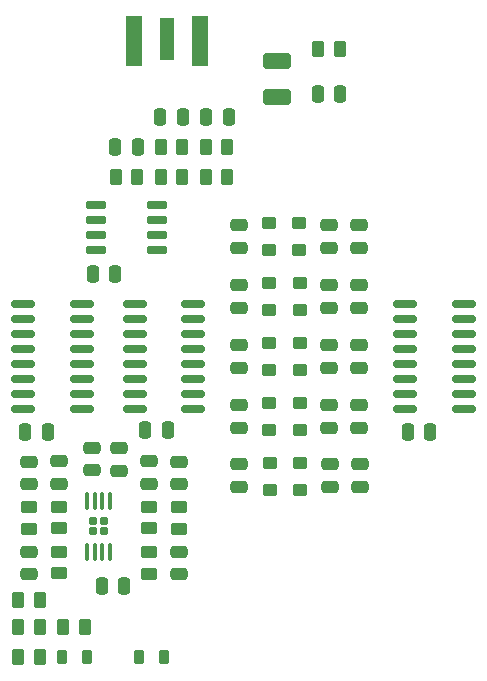
<source format=gbr>
G04 #@! TF.GenerationSoftware,KiCad,Pcbnew,7.0.5-unknown-202306101748~6fbdf8f0e2~ubuntu22.04.1*
G04 #@! TF.CreationDate,2024-07-28T12:56:51+01:00*
G04 #@! TF.ProjectId,pico_rx,7069636f-5f72-4782-9e6b-696361645f70,rev?*
G04 #@! TF.SameCoordinates,Original*
G04 #@! TF.FileFunction,Paste,Top*
G04 #@! TF.FilePolarity,Positive*
%FSLAX46Y46*%
G04 Gerber Fmt 4.6, Leading zero omitted, Abs format (unit mm)*
G04 Created by KiCad (PCBNEW 7.0.5-unknown-202306101748~6fbdf8f0e2~ubuntu22.04.1) date 2024-07-28 12:56:51*
%MOMM*%
%LPD*%
G01*
G04 APERTURE LIST*
G04 Aperture macros list*
%AMRoundRect*
0 Rectangle with rounded corners*
0 $1 Rounding radius*
0 $2 $3 $4 $5 $6 $7 $8 $9 X,Y pos of 4 corners*
0 Add a 4 corners polygon primitive as box body*
4,1,4,$2,$3,$4,$5,$6,$7,$8,$9,$2,$3,0*
0 Add four circle primitives for the rounded corners*
1,1,$1+$1,$2,$3*
1,1,$1+$1,$4,$5*
1,1,$1+$1,$6,$7*
1,1,$1+$1,$8,$9*
0 Add four rect primitives between the rounded corners*
20,1,$1+$1,$2,$3,$4,$5,0*
20,1,$1+$1,$4,$5,$6,$7,0*
20,1,$1+$1,$6,$7,$8,$9,0*
20,1,$1+$1,$8,$9,$2,$3,0*%
G04 Aperture macros list end*
%ADD10RoundRect,0.250000X-0.250000X-0.475000X0.250000X-0.475000X0.250000X0.475000X-0.250000X0.475000X0*%
%ADD11RoundRect,0.250000X0.262500X0.450000X-0.262500X0.450000X-0.262500X-0.450000X0.262500X-0.450000X0*%
%ADD12RoundRect,0.250000X0.475000X-0.250000X0.475000X0.250000X-0.475000X0.250000X-0.475000X-0.250000X0*%
%ADD13RoundRect,0.250000X0.350000X-0.275000X0.350000X0.275000X-0.350000X0.275000X-0.350000X-0.275000X0*%
%ADD14RoundRect,0.250000X-0.262500X-0.450000X0.262500X-0.450000X0.262500X0.450000X-0.262500X0.450000X0*%
%ADD15RoundRect,0.250000X-0.475000X0.250000X-0.475000X-0.250000X0.475000X-0.250000X0.475000X0.250000X0*%
%ADD16RoundRect,0.170000X-0.210000X0.170000X-0.210000X-0.170000X0.210000X-0.170000X0.210000X0.170000X0*%
%ADD17RoundRect,0.100000X-0.100000X0.625000X-0.100000X-0.625000X0.100000X-0.625000X0.100000X0.625000X0*%
%ADD18RoundRect,0.250000X-0.450000X0.262500X-0.450000X-0.262500X0.450000X-0.262500X0.450000X0.262500X0*%
%ADD19RoundRect,0.250000X-0.350000X0.275000X-0.350000X-0.275000X0.350000X-0.275000X0.350000X0.275000X0*%
%ADD20RoundRect,0.250000X0.925000X-0.412500X0.925000X0.412500X-0.925000X0.412500X-0.925000X-0.412500X0*%
%ADD21RoundRect,0.250000X0.450000X-0.262500X0.450000X0.262500X-0.450000X0.262500X-0.450000X-0.262500X0*%
%ADD22RoundRect,0.250000X0.250000X0.475000X-0.250000X0.475000X-0.250000X-0.475000X0.250000X-0.475000X0*%
%ADD23RoundRect,0.150000X-0.725000X-0.150000X0.725000X-0.150000X0.725000X0.150000X-0.725000X0.150000X0*%
%ADD24RoundRect,0.150000X0.825000X0.150000X-0.825000X0.150000X-0.825000X-0.150000X0.825000X-0.150000X0*%
%ADD25RoundRect,0.218750X-0.218750X-0.381250X0.218750X-0.381250X0.218750X0.381250X-0.218750X0.381250X0*%
%ADD26R,1.270000X3.600000*%
%ADD27R,1.350000X4.200000*%
G04 APERTURE END LIST*
D10*
X121026000Y-109220000D03*
X119126000Y-109220000D03*
D11*
X113307500Y-114300000D03*
X111482500Y-114300000D03*
D12*
X129600000Y-140550000D03*
X129600000Y-138650000D03*
X121920000Y-130490000D03*
X121920000Y-128590000D03*
D13*
X124460000Y-135770000D03*
X124460000Y-133470000D03*
D14*
X103227500Y-152400000D03*
X105052500Y-152400000D03*
D12*
X121920000Y-120330000D03*
X121920000Y-118430000D03*
D15*
X104140000Y-146050000D03*
X104140000Y-147950000D03*
D12*
X132080000Y-135570000D03*
X132080000Y-133670000D03*
D16*
X110490000Y-143505000D03*
X109550000Y-143505000D03*
X110490000Y-144345000D03*
X109550000Y-144345000D03*
D17*
X110995000Y-141775000D03*
X110345000Y-141775000D03*
X109695000Y-141775000D03*
X109045000Y-141775000D03*
X109045000Y-146075000D03*
X109695000Y-146075000D03*
X110345000Y-146075000D03*
X110995000Y-146075000D03*
D18*
X114300000Y-146125000D03*
X114300000Y-147950000D03*
D19*
X127065000Y-123310000D03*
X127065000Y-125610000D03*
D15*
X116840000Y-138430000D03*
X116840000Y-140330000D03*
D20*
X125095000Y-107582500D03*
X125095000Y-104507500D03*
D12*
X132080000Y-120330000D03*
X132080000Y-118430000D03*
D14*
X103227500Y-150140000D03*
X105052500Y-150140000D03*
D19*
X127065000Y-133470000D03*
X127065000Y-135770000D03*
D14*
X107037500Y-152400000D03*
X108862500Y-152400000D03*
D21*
X104140000Y-144102500D03*
X104140000Y-142277500D03*
D18*
X106680000Y-146082500D03*
X106680000Y-147907500D03*
D22*
X113345000Y-111760000D03*
X111445000Y-111760000D03*
D13*
X124460000Y-120530000D03*
X124460000Y-118230000D03*
D15*
X116840000Y-146050000D03*
X116840000Y-147950000D03*
D23*
X109825000Y-116695000D03*
X109825000Y-117965000D03*
X109825000Y-119235000D03*
X109825000Y-120505000D03*
X114975000Y-120505000D03*
X114975000Y-119235000D03*
X114975000Y-117965000D03*
X114975000Y-116695000D03*
D19*
X127100000Y-138550000D03*
X127100000Y-140850000D03*
D14*
X128627500Y-103505000D03*
X130452500Y-103505000D03*
X119102500Y-111760000D03*
X120927500Y-111760000D03*
D24*
X118045000Y-133985000D03*
X118045000Y-132715000D03*
X118045000Y-131445000D03*
X118045000Y-130175000D03*
X118045000Y-128905000D03*
X118045000Y-127635000D03*
X118045000Y-126365000D03*
X118045000Y-125095000D03*
X113095000Y-125095000D03*
X113095000Y-126365000D03*
X113095000Y-127635000D03*
X113095000Y-128905000D03*
X113095000Y-130175000D03*
X113095000Y-131445000D03*
X113095000Y-132715000D03*
X113095000Y-133985000D03*
D12*
X132200000Y-140550000D03*
X132200000Y-138650000D03*
X121920000Y-135570000D03*
X121920000Y-133670000D03*
D13*
X124500000Y-140850000D03*
X124500000Y-138550000D03*
D15*
X114300000Y-138425000D03*
X114300000Y-140325000D03*
D25*
X113445000Y-154940000D03*
X115570000Y-154940000D03*
D12*
X129540000Y-125410000D03*
X129540000Y-123510000D03*
D22*
X117155000Y-109220000D03*
X115255000Y-109220000D03*
D13*
X124460000Y-130690000D03*
X124460000Y-128390000D03*
D26*
X115824000Y-102616000D03*
D27*
X118649000Y-102816000D03*
X112999000Y-102816000D03*
D21*
X114300000Y-144097500D03*
X114300000Y-142272500D03*
D12*
X132080000Y-130490000D03*
X132080000Y-128590000D03*
X129540000Y-130490000D03*
X129540000Y-128590000D03*
X121900000Y-140550000D03*
X121900000Y-138650000D03*
D24*
X140950000Y-133985000D03*
X140950000Y-132715000D03*
X140950000Y-131445000D03*
X140950000Y-130175000D03*
X140950000Y-128905000D03*
X140950000Y-127635000D03*
X140950000Y-126365000D03*
X140950000Y-125095000D03*
X136000000Y-125095000D03*
X136000000Y-126365000D03*
X136000000Y-127635000D03*
X136000000Y-128905000D03*
X136000000Y-130175000D03*
X136000000Y-131445000D03*
X136000000Y-132715000D03*
X136000000Y-133985000D03*
D19*
X127000000Y-118230000D03*
X127000000Y-120530000D03*
X127065000Y-128390000D03*
X127065000Y-130690000D03*
D12*
X129540000Y-135570000D03*
X129540000Y-133670000D03*
D10*
X136210000Y-135890000D03*
X138110000Y-135890000D03*
D25*
X106887500Y-154940000D03*
X109012500Y-154940000D03*
D21*
X106680000Y-144097500D03*
X106680000Y-142272500D03*
D11*
X105052500Y-154940000D03*
X103227500Y-154940000D03*
D12*
X121920000Y-125410000D03*
X121920000Y-123510000D03*
X109474000Y-137275000D03*
X109474000Y-139175000D03*
D15*
X104140000Y-138430000D03*
X104140000Y-140330000D03*
D21*
X116840000Y-144102500D03*
X116840000Y-142277500D03*
D13*
X124460000Y-125610000D03*
X124460000Y-123310000D03*
D15*
X106680000Y-138425000D03*
X106680000Y-140325000D03*
D11*
X117117500Y-111760000D03*
X115292500Y-111760000D03*
D22*
X112202000Y-148971000D03*
X110302000Y-148971000D03*
D24*
X108585000Y-133985000D03*
X108585000Y-132715000D03*
X108585000Y-131445000D03*
X108585000Y-130175000D03*
X108585000Y-128905000D03*
X108585000Y-127635000D03*
X108585000Y-126365000D03*
X108585000Y-125095000D03*
X103635000Y-125095000D03*
X103635000Y-126365000D03*
X103635000Y-127635000D03*
X103635000Y-128905000D03*
X103635000Y-130175000D03*
X103635000Y-131445000D03*
X103635000Y-132715000D03*
X103635000Y-133985000D03*
D10*
X128590000Y-107315000D03*
X130490000Y-107315000D03*
X113980000Y-135800000D03*
X115880000Y-135800000D03*
X103825000Y-135890000D03*
X105725000Y-135890000D03*
D12*
X129540000Y-120330000D03*
X129540000Y-118430000D03*
X111790000Y-139200000D03*
X111790000Y-137300000D03*
X132080000Y-125410000D03*
X132080000Y-123510000D03*
D14*
X115292500Y-114300000D03*
X117117500Y-114300000D03*
D22*
X111440000Y-122555000D03*
X109540000Y-122555000D03*
D11*
X120927500Y-114300000D03*
X119102500Y-114300000D03*
M02*

</source>
